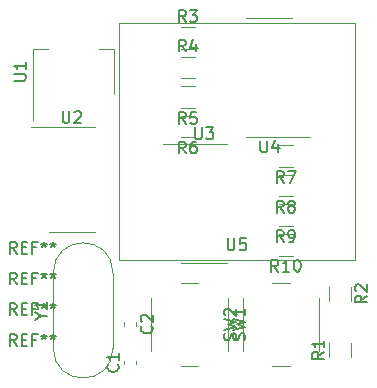
<source format=gbr>
%TF.GenerationSoftware,KiCad,Pcbnew,5.1.6*%
%TF.CreationDate,2020-06-28T23:45:08-05:00*%
%TF.ProjectId,watchKiCad,77617463-684b-4694-9361-642e6b696361,0*%
%TF.SameCoordinates,Original*%
%TF.FileFunction,Legend,Top*%
%TF.FilePolarity,Positive*%
%FSLAX46Y46*%
G04 Gerber Fmt 4.6, Leading zero omitted, Abs format (unit mm)*
G04 Created by KiCad (PCBNEW 5.1.6) date 2020-06-28 23:45:08*
%MOMM*%
%LPD*%
G01*
G04 APERTURE LIST*
%ADD10C,0.120000*%
%ADD11C,0.150000*%
G04 APERTURE END LIST*
D10*
%TO.C,U2*%
X131475000Y-110635000D02*
X133425000Y-110635000D01*
X131475000Y-110635000D02*
X129525000Y-110635000D01*
X131475000Y-101765000D02*
X133425000Y-101765000D01*
X131475000Y-101765000D02*
X128025000Y-101765000D01*
%TO.C,U5*%
X155450000Y-92950000D02*
X135450000Y-92950000D01*
X135450000Y-92950000D02*
X135450000Y-112950000D01*
X135450000Y-112950000D02*
X155450000Y-112950000D01*
X155450000Y-112950000D02*
X155450000Y-92950000D01*
%TO.C,SW1*%
X138200000Y-116200000D02*
X138200000Y-120700000D01*
X142200000Y-114950000D02*
X140700000Y-114950000D01*
X144700000Y-120700000D02*
X144700000Y-116200000D01*
X140700000Y-121950000D02*
X142200000Y-121950000D01*
%TO.C,SW2*%
X149950000Y-114950000D02*
X148450000Y-114950000D01*
X145950000Y-116200000D02*
X145950000Y-120700000D01*
X148450000Y-121950000D02*
X149950000Y-121950000D01*
X152450000Y-120700000D02*
X152450000Y-116200000D01*
%TO.C,C1*%
X135940000Y-121825279D02*
X135940000Y-121499721D01*
X136960000Y-121825279D02*
X136960000Y-121499721D01*
%TO.C,C2*%
X135940000Y-118249721D02*
X135940000Y-118575279D01*
X136960000Y-118249721D02*
X136960000Y-118575279D01*
%TO.C,R1*%
X153290000Y-121202064D02*
X153290000Y-119997936D01*
X155110000Y-121202064D02*
X155110000Y-119997936D01*
%TO.C,R2*%
X153290000Y-115247936D02*
X153290000Y-116452064D01*
X155110000Y-115247936D02*
X155110000Y-116452064D01*
%TO.C,R3*%
X140697936Y-95110000D02*
X141902064Y-95110000D01*
X140697936Y-93290000D02*
X141902064Y-93290000D01*
%TO.C,R4*%
X140697936Y-95790000D02*
X141902064Y-95790000D01*
X140697936Y-97610000D02*
X141902064Y-97610000D01*
%TO.C,R5*%
X141902064Y-100110000D02*
X140697936Y-100110000D01*
X141902064Y-98290000D02*
X140697936Y-98290000D01*
%TO.C,R6*%
X141902064Y-100790000D02*
X140697936Y-100790000D01*
X141902064Y-102610000D02*
X140697936Y-102610000D01*
%TO.C,R7*%
X150202064Y-105110000D02*
X148997936Y-105110000D01*
X150202064Y-103290000D02*
X148997936Y-103290000D01*
%TO.C,R8*%
X150202064Y-107610000D02*
X148997936Y-107610000D01*
X150202064Y-105790000D02*
X148997936Y-105790000D01*
%TO.C,R9*%
X150202064Y-108290000D02*
X148997936Y-108290000D01*
X150202064Y-110110000D02*
X148997936Y-110110000D01*
%TO.C,R10*%
X150202064Y-110790000D02*
X148997936Y-110790000D01*
X150202064Y-112610000D02*
X148997936Y-112610000D01*
%TO.C,U1*%
X135060000Y-95140000D02*
X133800000Y-95140000D01*
X128240000Y-95140000D02*
X129500000Y-95140000D01*
X135060000Y-98900000D02*
X135060000Y-95140000D01*
X128240000Y-101150000D02*
X128240000Y-95140000D01*
%TO.C,U3*%
X142675000Y-113260000D02*
X144625000Y-113260000D01*
X142675000Y-113260000D02*
X140725000Y-113260000D01*
X142675000Y-103140000D02*
X144625000Y-103140000D01*
X142675000Y-103140000D02*
X139225000Y-103140000D01*
%TO.C,U4*%
X148225000Y-102585000D02*
X151675000Y-102585000D01*
X148225000Y-102585000D02*
X146275000Y-102585000D01*
X148225000Y-92465000D02*
X150175000Y-92465000D01*
X148225000Y-92465000D02*
X146275000Y-92465000D01*
%TO.C,Y1*%
X129925000Y-120460000D02*
X129925000Y-114060000D01*
X134975000Y-120460000D02*
X134975000Y-114060000D01*
X134975000Y-120460000D02*
G75*
G02*
X129925000Y-120460000I-2525000J0D01*
G01*
X134975000Y-114060000D02*
G75*
G03*
X129925000Y-114060000I-2525000J0D01*
G01*
%TO.C,REF\u002A\u002A*%
D11*
X126816666Y-112452380D02*
X126483333Y-111976190D01*
X126245238Y-112452380D02*
X126245238Y-111452380D01*
X126626190Y-111452380D01*
X126721428Y-111500000D01*
X126769047Y-111547619D01*
X126816666Y-111642857D01*
X126816666Y-111785714D01*
X126769047Y-111880952D01*
X126721428Y-111928571D01*
X126626190Y-111976190D01*
X126245238Y-111976190D01*
X127245238Y-111928571D02*
X127578571Y-111928571D01*
X127721428Y-112452380D02*
X127245238Y-112452380D01*
X127245238Y-111452380D01*
X127721428Y-111452380D01*
X128483333Y-111928571D02*
X128150000Y-111928571D01*
X128150000Y-112452380D02*
X128150000Y-111452380D01*
X128626190Y-111452380D01*
X129150000Y-111452380D02*
X129150000Y-111690476D01*
X128911904Y-111595238D02*
X129150000Y-111690476D01*
X129388095Y-111595238D01*
X129007142Y-111880952D02*
X129150000Y-111690476D01*
X129292857Y-111880952D01*
X129911904Y-111452380D02*
X129911904Y-111690476D01*
X129673809Y-111595238D02*
X129911904Y-111690476D01*
X130150000Y-111595238D01*
X129769047Y-111880952D02*
X129911904Y-111690476D01*
X130054761Y-111880952D01*
X126816666Y-115052380D02*
X126483333Y-114576190D01*
X126245238Y-115052380D02*
X126245238Y-114052380D01*
X126626190Y-114052380D01*
X126721428Y-114100000D01*
X126769047Y-114147619D01*
X126816666Y-114242857D01*
X126816666Y-114385714D01*
X126769047Y-114480952D01*
X126721428Y-114528571D01*
X126626190Y-114576190D01*
X126245238Y-114576190D01*
X127245238Y-114528571D02*
X127578571Y-114528571D01*
X127721428Y-115052380D02*
X127245238Y-115052380D01*
X127245238Y-114052380D01*
X127721428Y-114052380D01*
X128483333Y-114528571D02*
X128150000Y-114528571D01*
X128150000Y-115052380D02*
X128150000Y-114052380D01*
X128626190Y-114052380D01*
X129150000Y-114052380D02*
X129150000Y-114290476D01*
X128911904Y-114195238D02*
X129150000Y-114290476D01*
X129388095Y-114195238D01*
X129007142Y-114480952D02*
X129150000Y-114290476D01*
X129292857Y-114480952D01*
X129911904Y-114052380D02*
X129911904Y-114290476D01*
X129673809Y-114195238D02*
X129911904Y-114290476D01*
X130150000Y-114195238D01*
X129769047Y-114480952D02*
X129911904Y-114290476D01*
X130054761Y-114480952D01*
X126816666Y-117652380D02*
X126483333Y-117176190D01*
X126245238Y-117652380D02*
X126245238Y-116652380D01*
X126626190Y-116652380D01*
X126721428Y-116700000D01*
X126769047Y-116747619D01*
X126816666Y-116842857D01*
X126816666Y-116985714D01*
X126769047Y-117080952D01*
X126721428Y-117128571D01*
X126626190Y-117176190D01*
X126245238Y-117176190D01*
X127245238Y-117128571D02*
X127578571Y-117128571D01*
X127721428Y-117652380D02*
X127245238Y-117652380D01*
X127245238Y-116652380D01*
X127721428Y-116652380D01*
X128483333Y-117128571D02*
X128150000Y-117128571D01*
X128150000Y-117652380D02*
X128150000Y-116652380D01*
X128626190Y-116652380D01*
X129150000Y-116652380D02*
X129150000Y-116890476D01*
X128911904Y-116795238D02*
X129150000Y-116890476D01*
X129388095Y-116795238D01*
X129007142Y-117080952D02*
X129150000Y-116890476D01*
X129292857Y-117080952D01*
X129911904Y-116652380D02*
X129911904Y-116890476D01*
X129673809Y-116795238D02*
X129911904Y-116890476D01*
X130150000Y-116795238D01*
X129769047Y-117080952D02*
X129911904Y-116890476D01*
X130054761Y-117080952D01*
X126816666Y-120252380D02*
X126483333Y-119776190D01*
X126245238Y-120252380D02*
X126245238Y-119252380D01*
X126626190Y-119252380D01*
X126721428Y-119300000D01*
X126769047Y-119347619D01*
X126816666Y-119442857D01*
X126816666Y-119585714D01*
X126769047Y-119680952D01*
X126721428Y-119728571D01*
X126626190Y-119776190D01*
X126245238Y-119776190D01*
X127245238Y-119728571D02*
X127578571Y-119728571D01*
X127721428Y-120252380D02*
X127245238Y-120252380D01*
X127245238Y-119252380D01*
X127721428Y-119252380D01*
X128483333Y-119728571D02*
X128150000Y-119728571D01*
X128150000Y-120252380D02*
X128150000Y-119252380D01*
X128626190Y-119252380D01*
X129150000Y-119252380D02*
X129150000Y-119490476D01*
X128911904Y-119395238D02*
X129150000Y-119490476D01*
X129388095Y-119395238D01*
X129007142Y-119680952D02*
X129150000Y-119490476D01*
X129292857Y-119680952D01*
X129911904Y-119252380D02*
X129911904Y-119490476D01*
X129673809Y-119395238D02*
X129911904Y-119490476D01*
X130150000Y-119395238D01*
X129769047Y-119680952D02*
X129911904Y-119490476D01*
X130054761Y-119680952D01*
%TO.C,U2*%
X130713095Y-100372380D02*
X130713095Y-101181904D01*
X130760714Y-101277142D01*
X130808333Y-101324761D01*
X130903571Y-101372380D01*
X131094047Y-101372380D01*
X131189285Y-101324761D01*
X131236904Y-101277142D01*
X131284523Y-101181904D01*
X131284523Y-100372380D01*
X131713095Y-100467619D02*
X131760714Y-100420000D01*
X131855952Y-100372380D01*
X132094047Y-100372380D01*
X132189285Y-100420000D01*
X132236904Y-100467619D01*
X132284523Y-100562857D01*
X132284523Y-100658095D01*
X132236904Y-100800952D01*
X131665476Y-101372380D01*
X132284523Y-101372380D01*
%TO.C,U5*%
X144688095Y-111152380D02*
X144688095Y-111961904D01*
X144735714Y-112057142D01*
X144783333Y-112104761D01*
X144878571Y-112152380D01*
X145069047Y-112152380D01*
X145164285Y-112104761D01*
X145211904Y-112057142D01*
X145259523Y-111961904D01*
X145259523Y-111152380D01*
X146211904Y-111152380D02*
X145735714Y-111152380D01*
X145688095Y-111628571D01*
X145735714Y-111580952D01*
X145830952Y-111533333D01*
X146069047Y-111533333D01*
X146164285Y-111580952D01*
X146211904Y-111628571D01*
X146259523Y-111723809D01*
X146259523Y-111961904D01*
X146211904Y-112057142D01*
X146164285Y-112104761D01*
X146069047Y-112152380D01*
X145830952Y-112152380D01*
X145735714Y-112104761D01*
X145688095Y-112057142D01*
%TO.C,SW1*%
X146104761Y-119783333D02*
X146152380Y-119640476D01*
X146152380Y-119402380D01*
X146104761Y-119307142D01*
X146057142Y-119259523D01*
X145961904Y-119211904D01*
X145866666Y-119211904D01*
X145771428Y-119259523D01*
X145723809Y-119307142D01*
X145676190Y-119402380D01*
X145628571Y-119592857D01*
X145580952Y-119688095D01*
X145533333Y-119735714D01*
X145438095Y-119783333D01*
X145342857Y-119783333D01*
X145247619Y-119735714D01*
X145200000Y-119688095D01*
X145152380Y-119592857D01*
X145152380Y-119354761D01*
X145200000Y-119211904D01*
X145152380Y-118878571D02*
X146152380Y-118640476D01*
X145438095Y-118450000D01*
X146152380Y-118259523D01*
X145152380Y-118021428D01*
X146152380Y-117116666D02*
X146152380Y-117688095D01*
X146152380Y-117402380D02*
X145152380Y-117402380D01*
X145295238Y-117497619D01*
X145390476Y-117592857D01*
X145438095Y-117688095D01*
%TO.C,SW2*%
X145354761Y-119783333D02*
X145402380Y-119640476D01*
X145402380Y-119402380D01*
X145354761Y-119307142D01*
X145307142Y-119259523D01*
X145211904Y-119211904D01*
X145116666Y-119211904D01*
X145021428Y-119259523D01*
X144973809Y-119307142D01*
X144926190Y-119402380D01*
X144878571Y-119592857D01*
X144830952Y-119688095D01*
X144783333Y-119735714D01*
X144688095Y-119783333D01*
X144592857Y-119783333D01*
X144497619Y-119735714D01*
X144450000Y-119688095D01*
X144402380Y-119592857D01*
X144402380Y-119354761D01*
X144450000Y-119211904D01*
X144402380Y-118878571D02*
X145402380Y-118640476D01*
X144688095Y-118450000D01*
X145402380Y-118259523D01*
X144402380Y-118021428D01*
X144497619Y-117688095D02*
X144450000Y-117640476D01*
X144402380Y-117545238D01*
X144402380Y-117307142D01*
X144450000Y-117211904D01*
X144497619Y-117164285D01*
X144592857Y-117116666D01*
X144688095Y-117116666D01*
X144830952Y-117164285D01*
X145402380Y-117735714D01*
X145402380Y-117116666D01*
%TO.C,C1*%
X135377142Y-121829166D02*
X135424761Y-121876785D01*
X135472380Y-122019642D01*
X135472380Y-122114880D01*
X135424761Y-122257738D01*
X135329523Y-122352976D01*
X135234285Y-122400595D01*
X135043809Y-122448214D01*
X134900952Y-122448214D01*
X134710476Y-122400595D01*
X134615238Y-122352976D01*
X134520000Y-122257738D01*
X134472380Y-122114880D01*
X134472380Y-122019642D01*
X134520000Y-121876785D01*
X134567619Y-121829166D01*
X135472380Y-120876785D02*
X135472380Y-121448214D01*
X135472380Y-121162500D02*
X134472380Y-121162500D01*
X134615238Y-121257738D01*
X134710476Y-121352976D01*
X134758095Y-121448214D01*
%TO.C,C2*%
X138237142Y-118579166D02*
X138284761Y-118626785D01*
X138332380Y-118769642D01*
X138332380Y-118864880D01*
X138284761Y-119007738D01*
X138189523Y-119102976D01*
X138094285Y-119150595D01*
X137903809Y-119198214D01*
X137760952Y-119198214D01*
X137570476Y-119150595D01*
X137475238Y-119102976D01*
X137380000Y-119007738D01*
X137332380Y-118864880D01*
X137332380Y-118769642D01*
X137380000Y-118626785D01*
X137427619Y-118579166D01*
X137427619Y-118198214D02*
X137380000Y-118150595D01*
X137332380Y-118055357D01*
X137332380Y-117817261D01*
X137380000Y-117722023D01*
X137427619Y-117674404D01*
X137522857Y-117626785D01*
X137618095Y-117626785D01*
X137760952Y-117674404D01*
X138332380Y-118245833D01*
X138332380Y-117626785D01*
%TO.C,R1*%
X152832380Y-120766666D02*
X152356190Y-121100000D01*
X152832380Y-121338095D02*
X151832380Y-121338095D01*
X151832380Y-120957142D01*
X151880000Y-120861904D01*
X151927619Y-120814285D01*
X152022857Y-120766666D01*
X152165714Y-120766666D01*
X152260952Y-120814285D01*
X152308571Y-120861904D01*
X152356190Y-120957142D01*
X152356190Y-121338095D01*
X152832380Y-119814285D02*
X152832380Y-120385714D01*
X152832380Y-120100000D02*
X151832380Y-120100000D01*
X151975238Y-120195238D01*
X152070476Y-120290476D01*
X152118095Y-120385714D01*
%TO.C,R2*%
X156472380Y-116016666D02*
X155996190Y-116350000D01*
X156472380Y-116588095D02*
X155472380Y-116588095D01*
X155472380Y-116207142D01*
X155520000Y-116111904D01*
X155567619Y-116064285D01*
X155662857Y-116016666D01*
X155805714Y-116016666D01*
X155900952Y-116064285D01*
X155948571Y-116111904D01*
X155996190Y-116207142D01*
X155996190Y-116588095D01*
X155567619Y-115635714D02*
X155520000Y-115588095D01*
X155472380Y-115492857D01*
X155472380Y-115254761D01*
X155520000Y-115159523D01*
X155567619Y-115111904D01*
X155662857Y-115064285D01*
X155758095Y-115064285D01*
X155900952Y-115111904D01*
X156472380Y-115683333D01*
X156472380Y-115064285D01*
%TO.C,R3*%
X141133333Y-92832380D02*
X140800000Y-92356190D01*
X140561904Y-92832380D02*
X140561904Y-91832380D01*
X140942857Y-91832380D01*
X141038095Y-91880000D01*
X141085714Y-91927619D01*
X141133333Y-92022857D01*
X141133333Y-92165714D01*
X141085714Y-92260952D01*
X141038095Y-92308571D01*
X140942857Y-92356190D01*
X140561904Y-92356190D01*
X141466666Y-91832380D02*
X142085714Y-91832380D01*
X141752380Y-92213333D01*
X141895238Y-92213333D01*
X141990476Y-92260952D01*
X142038095Y-92308571D01*
X142085714Y-92403809D01*
X142085714Y-92641904D01*
X142038095Y-92737142D01*
X141990476Y-92784761D01*
X141895238Y-92832380D01*
X141609523Y-92832380D01*
X141514285Y-92784761D01*
X141466666Y-92737142D01*
%TO.C,R4*%
X141133333Y-95332380D02*
X140800000Y-94856190D01*
X140561904Y-95332380D02*
X140561904Y-94332380D01*
X140942857Y-94332380D01*
X141038095Y-94380000D01*
X141085714Y-94427619D01*
X141133333Y-94522857D01*
X141133333Y-94665714D01*
X141085714Y-94760952D01*
X141038095Y-94808571D01*
X140942857Y-94856190D01*
X140561904Y-94856190D01*
X141990476Y-94665714D02*
X141990476Y-95332380D01*
X141752380Y-94284761D02*
X141514285Y-94999047D01*
X142133333Y-94999047D01*
%TO.C,R5*%
X141133333Y-101472380D02*
X140800000Y-100996190D01*
X140561904Y-101472380D02*
X140561904Y-100472380D01*
X140942857Y-100472380D01*
X141038095Y-100520000D01*
X141085714Y-100567619D01*
X141133333Y-100662857D01*
X141133333Y-100805714D01*
X141085714Y-100900952D01*
X141038095Y-100948571D01*
X140942857Y-100996190D01*
X140561904Y-100996190D01*
X142038095Y-100472380D02*
X141561904Y-100472380D01*
X141514285Y-100948571D01*
X141561904Y-100900952D01*
X141657142Y-100853333D01*
X141895238Y-100853333D01*
X141990476Y-100900952D01*
X142038095Y-100948571D01*
X142085714Y-101043809D01*
X142085714Y-101281904D01*
X142038095Y-101377142D01*
X141990476Y-101424761D01*
X141895238Y-101472380D01*
X141657142Y-101472380D01*
X141561904Y-101424761D01*
X141514285Y-101377142D01*
%TO.C,R6*%
X141133333Y-103972380D02*
X140800000Y-103496190D01*
X140561904Y-103972380D02*
X140561904Y-102972380D01*
X140942857Y-102972380D01*
X141038095Y-103020000D01*
X141085714Y-103067619D01*
X141133333Y-103162857D01*
X141133333Y-103305714D01*
X141085714Y-103400952D01*
X141038095Y-103448571D01*
X140942857Y-103496190D01*
X140561904Y-103496190D01*
X141990476Y-102972380D02*
X141800000Y-102972380D01*
X141704761Y-103020000D01*
X141657142Y-103067619D01*
X141561904Y-103210476D01*
X141514285Y-103400952D01*
X141514285Y-103781904D01*
X141561904Y-103877142D01*
X141609523Y-103924761D01*
X141704761Y-103972380D01*
X141895238Y-103972380D01*
X141990476Y-103924761D01*
X142038095Y-103877142D01*
X142085714Y-103781904D01*
X142085714Y-103543809D01*
X142038095Y-103448571D01*
X141990476Y-103400952D01*
X141895238Y-103353333D01*
X141704761Y-103353333D01*
X141609523Y-103400952D01*
X141561904Y-103448571D01*
X141514285Y-103543809D01*
%TO.C,R7*%
X149433333Y-106472380D02*
X149100000Y-105996190D01*
X148861904Y-106472380D02*
X148861904Y-105472380D01*
X149242857Y-105472380D01*
X149338095Y-105520000D01*
X149385714Y-105567619D01*
X149433333Y-105662857D01*
X149433333Y-105805714D01*
X149385714Y-105900952D01*
X149338095Y-105948571D01*
X149242857Y-105996190D01*
X148861904Y-105996190D01*
X149766666Y-105472380D02*
X150433333Y-105472380D01*
X150004761Y-106472380D01*
%TO.C,R8*%
X149433333Y-108972380D02*
X149100000Y-108496190D01*
X148861904Y-108972380D02*
X148861904Y-107972380D01*
X149242857Y-107972380D01*
X149338095Y-108020000D01*
X149385714Y-108067619D01*
X149433333Y-108162857D01*
X149433333Y-108305714D01*
X149385714Y-108400952D01*
X149338095Y-108448571D01*
X149242857Y-108496190D01*
X148861904Y-108496190D01*
X150004761Y-108400952D02*
X149909523Y-108353333D01*
X149861904Y-108305714D01*
X149814285Y-108210476D01*
X149814285Y-108162857D01*
X149861904Y-108067619D01*
X149909523Y-108020000D01*
X150004761Y-107972380D01*
X150195238Y-107972380D01*
X150290476Y-108020000D01*
X150338095Y-108067619D01*
X150385714Y-108162857D01*
X150385714Y-108210476D01*
X150338095Y-108305714D01*
X150290476Y-108353333D01*
X150195238Y-108400952D01*
X150004761Y-108400952D01*
X149909523Y-108448571D01*
X149861904Y-108496190D01*
X149814285Y-108591428D01*
X149814285Y-108781904D01*
X149861904Y-108877142D01*
X149909523Y-108924761D01*
X150004761Y-108972380D01*
X150195238Y-108972380D01*
X150290476Y-108924761D01*
X150338095Y-108877142D01*
X150385714Y-108781904D01*
X150385714Y-108591428D01*
X150338095Y-108496190D01*
X150290476Y-108448571D01*
X150195238Y-108400952D01*
%TO.C,R9*%
X149433333Y-111472380D02*
X149100000Y-110996190D01*
X148861904Y-111472380D02*
X148861904Y-110472380D01*
X149242857Y-110472380D01*
X149338095Y-110520000D01*
X149385714Y-110567619D01*
X149433333Y-110662857D01*
X149433333Y-110805714D01*
X149385714Y-110900952D01*
X149338095Y-110948571D01*
X149242857Y-110996190D01*
X148861904Y-110996190D01*
X149909523Y-111472380D02*
X150100000Y-111472380D01*
X150195238Y-111424761D01*
X150242857Y-111377142D01*
X150338095Y-111234285D01*
X150385714Y-111043809D01*
X150385714Y-110662857D01*
X150338095Y-110567619D01*
X150290476Y-110520000D01*
X150195238Y-110472380D01*
X150004761Y-110472380D01*
X149909523Y-110520000D01*
X149861904Y-110567619D01*
X149814285Y-110662857D01*
X149814285Y-110900952D01*
X149861904Y-110996190D01*
X149909523Y-111043809D01*
X150004761Y-111091428D01*
X150195238Y-111091428D01*
X150290476Y-111043809D01*
X150338095Y-110996190D01*
X150385714Y-110900952D01*
%TO.C,R10*%
X148957142Y-113972380D02*
X148623809Y-113496190D01*
X148385714Y-113972380D02*
X148385714Y-112972380D01*
X148766666Y-112972380D01*
X148861904Y-113020000D01*
X148909523Y-113067619D01*
X148957142Y-113162857D01*
X148957142Y-113305714D01*
X148909523Y-113400952D01*
X148861904Y-113448571D01*
X148766666Y-113496190D01*
X148385714Y-113496190D01*
X149909523Y-113972380D02*
X149338095Y-113972380D01*
X149623809Y-113972380D02*
X149623809Y-112972380D01*
X149528571Y-113115238D01*
X149433333Y-113210476D01*
X149338095Y-113258095D01*
X150528571Y-112972380D02*
X150623809Y-112972380D01*
X150719047Y-113020000D01*
X150766666Y-113067619D01*
X150814285Y-113162857D01*
X150861904Y-113353333D01*
X150861904Y-113591428D01*
X150814285Y-113781904D01*
X150766666Y-113877142D01*
X150719047Y-113924761D01*
X150623809Y-113972380D01*
X150528571Y-113972380D01*
X150433333Y-113924761D01*
X150385714Y-113877142D01*
X150338095Y-113781904D01*
X150290476Y-113591428D01*
X150290476Y-113353333D01*
X150338095Y-113162857D01*
X150385714Y-113067619D01*
X150433333Y-113020000D01*
X150528571Y-112972380D01*
%TO.C,U1*%
X126602380Y-97811904D02*
X127411904Y-97811904D01*
X127507142Y-97764285D01*
X127554761Y-97716666D01*
X127602380Y-97621428D01*
X127602380Y-97430952D01*
X127554761Y-97335714D01*
X127507142Y-97288095D01*
X127411904Y-97240476D01*
X126602380Y-97240476D01*
X127602380Y-96240476D02*
X127602380Y-96811904D01*
X127602380Y-96526190D02*
X126602380Y-96526190D01*
X126745238Y-96621428D01*
X126840476Y-96716666D01*
X126888095Y-96811904D01*
%TO.C,U3*%
X141913095Y-101752380D02*
X141913095Y-102561904D01*
X141960714Y-102657142D01*
X142008333Y-102704761D01*
X142103571Y-102752380D01*
X142294047Y-102752380D01*
X142389285Y-102704761D01*
X142436904Y-102657142D01*
X142484523Y-102561904D01*
X142484523Y-101752380D01*
X142865476Y-101752380D02*
X143484523Y-101752380D01*
X143151190Y-102133333D01*
X143294047Y-102133333D01*
X143389285Y-102180952D01*
X143436904Y-102228571D01*
X143484523Y-102323809D01*
X143484523Y-102561904D01*
X143436904Y-102657142D01*
X143389285Y-102704761D01*
X143294047Y-102752380D01*
X143008333Y-102752380D01*
X142913095Y-102704761D01*
X142865476Y-102657142D01*
%TO.C,U4*%
X147463095Y-102877380D02*
X147463095Y-103686904D01*
X147510714Y-103782142D01*
X147558333Y-103829761D01*
X147653571Y-103877380D01*
X147844047Y-103877380D01*
X147939285Y-103829761D01*
X147986904Y-103782142D01*
X148034523Y-103686904D01*
X148034523Y-102877380D01*
X148939285Y-103210714D02*
X148939285Y-103877380D01*
X148701190Y-102829761D02*
X148463095Y-103544047D01*
X149082142Y-103544047D01*
%TO.C,Y1*%
X128901190Y-117736190D02*
X129377380Y-117736190D01*
X128377380Y-118069523D02*
X128901190Y-117736190D01*
X128377380Y-117402857D01*
X129377380Y-116545714D02*
X129377380Y-117117142D01*
X129377380Y-116831428D02*
X128377380Y-116831428D01*
X128520238Y-116926666D01*
X128615476Y-117021904D01*
X128663095Y-117117142D01*
%TD*%
M02*

</source>
